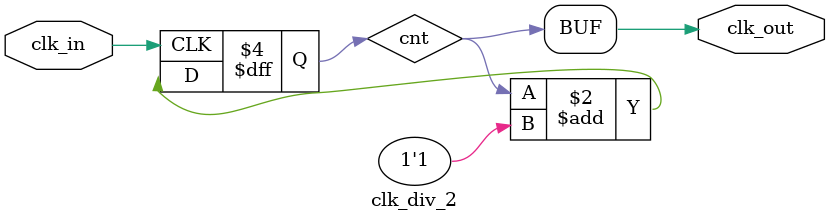
<source format=v>
module clk_div_2//Делитель частоты на 2
(
input clk_in, 
output clk_out
);

reg cnt=1'b0;

always @(posedge clk_in)	
begin
	cnt <= cnt+1'b1;
end

assign clk_out = cnt;
endmodule

</source>
